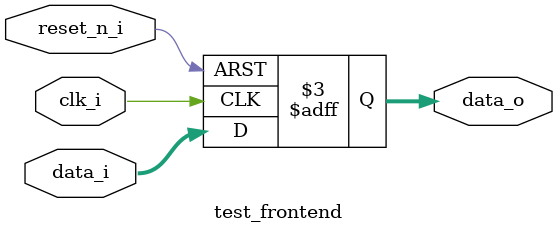
<source format=sv>
module test_frontend (
    input wire clk_i,
    input wire reset_n_i,
    input wire [7:0] data_i,
    output reg [7:0] data_o
);

always @(posedge clk_i or negedge reset_n_i) begin
    if (!reset_n_i) begin
        data_o <= 8'h0;
    end else begin
        data_o <= data_i;
    end
end

endmodule

</source>
